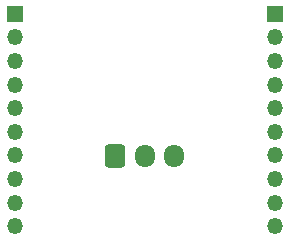
<source format=gbr>
%TF.GenerationSoftware,KiCad,Pcbnew,7.0.7*%
%TF.CreationDate,2023-10-05T20:41:31-06:00*%
%TF.ProjectId,FPV_3-Pin_Module,4650565f-332d-4506-996e-5f4d6f64756c,rev?*%
%TF.SameCoordinates,Original*%
%TF.FileFunction,Soldermask,Bot*%
%TF.FilePolarity,Negative*%
%FSLAX46Y46*%
G04 Gerber Fmt 4.6, Leading zero omitted, Abs format (unit mm)*
G04 Created by KiCad (PCBNEW 7.0.7) date 2023-10-05 20:41:31*
%MOMM*%
%LPD*%
G01*
G04 APERTURE LIST*
G04 Aperture macros list*
%AMRoundRect*
0 Rectangle with rounded corners*
0 $1 Rounding radius*
0 $2 $3 $4 $5 $6 $7 $8 $9 X,Y pos of 4 corners*
0 Add a 4 corners polygon primitive as box body*
4,1,4,$2,$3,$4,$5,$6,$7,$8,$9,$2,$3,0*
0 Add four circle primitives for the rounded corners*
1,1,$1+$1,$2,$3*
1,1,$1+$1,$4,$5*
1,1,$1+$1,$6,$7*
1,1,$1+$1,$8,$9*
0 Add four rect primitives between the rounded corners*
20,1,$1+$1,$2,$3,$4,$5,0*
20,1,$1+$1,$4,$5,$6,$7,0*
20,1,$1+$1,$6,$7,$8,$9,0*
20,1,$1+$1,$8,$9,$2,$3,0*%
G04 Aperture macros list end*
%ADD10RoundRect,0.250000X-0.600000X-0.725000X0.600000X-0.725000X0.600000X0.725000X-0.600000X0.725000X0*%
%ADD11O,1.700000X1.950000*%
%ADD12R,1.350000X1.350000*%
%ADD13O,1.350000X1.350000*%
G04 APERTURE END LIST*
D10*
%TO.C,J1*%
X139050000Y-94170000D03*
D11*
X141550000Y-94170000D03*
X144050000Y-94170000D03*
%TD*%
D12*
%TO.C,J2*%
X130573800Y-82131000D03*
D13*
X130573800Y-84131000D03*
X130573800Y-86131000D03*
X130573800Y-88131000D03*
X130573800Y-90131000D03*
X130573800Y-92131000D03*
X130573800Y-94131000D03*
X130573800Y-96131000D03*
X130573800Y-98131000D03*
X130573800Y-100131000D03*
%TD*%
D12*
%TO.C,J3*%
X152560000Y-82130000D03*
D13*
X152560000Y-84130000D03*
X152560000Y-86130000D03*
X152560000Y-88130000D03*
X152560000Y-90130000D03*
X152560000Y-92130000D03*
X152560000Y-94130000D03*
X152560000Y-96130000D03*
X152560000Y-98130000D03*
X152560000Y-100130000D03*
%TD*%
M02*

</source>
